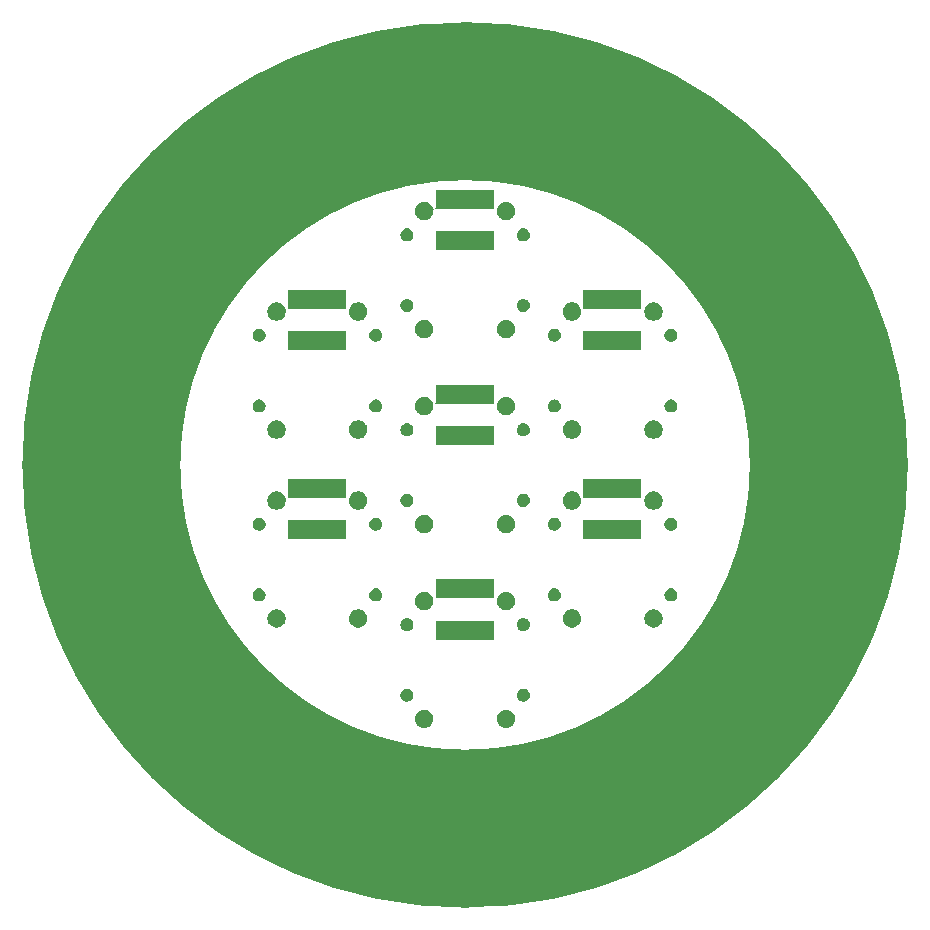
<source format=gbr>
G04 #@! TF.GenerationSoftware,KiCad,Pcbnew,(6.0.0-rc1-dev-305-gf0b8b2136)*
G04 #@! TF.CreationDate,2019-07-12T16:48:17-06:00*
G04 #@! TF.ProjectId,Gateway01,4761746577617930312E6B696361645F,rev?*
G04 #@! TF.SameCoordinates,Original*
G04 #@! TF.FileFunction,Soldermask,Bot*
G04 #@! TF.FilePolarity,Negative*
%FSLAX46Y46*%
G04 Gerber Fmt 4.6, Leading zero omitted, Abs format (unit mm)*
G04 Created by KiCad (PCBNEW (6.0.0-rc1-dev-305-gf0b8b2136)) date 07/12/19 16:48:17*
%MOMM*%
%LPD*%
G01*
G04 APERTURE LIST*
%ADD10C,13.400000*%
%ADD11C,0.100000*%
G04 APERTURE END LIST*
D10*
X124652000Y-97250000D02*
G75*
G03X124652000Y-97250000I-30800000J0D01*
G01*
D11*
G36*
X97538349Y-117993820D02*
X97538352Y-117993821D01*
X97538351Y-117993821D01*
X97679574Y-118052317D01*
X97679575Y-118052318D01*
X97806674Y-118137243D01*
X97914757Y-118245326D01*
X97914759Y-118245329D01*
X97999683Y-118372426D01*
X98044927Y-118481657D01*
X98058180Y-118513651D01*
X98088000Y-118663569D01*
X98088000Y-118816431D01*
X98058180Y-118966349D01*
X98058179Y-118966351D01*
X97999683Y-119107574D01*
X97999682Y-119107575D01*
X97914757Y-119234674D01*
X97806674Y-119342757D01*
X97806671Y-119342759D01*
X97679574Y-119427683D01*
X97570343Y-119472927D01*
X97538349Y-119486180D01*
X97388431Y-119516000D01*
X97235569Y-119516000D01*
X97085651Y-119486180D01*
X97053657Y-119472927D01*
X96944426Y-119427683D01*
X96817329Y-119342759D01*
X96817326Y-119342757D01*
X96709243Y-119234674D01*
X96624318Y-119107575D01*
X96624317Y-119107574D01*
X96565821Y-118966351D01*
X96565820Y-118966349D01*
X96536000Y-118816431D01*
X96536000Y-118663569D01*
X96565820Y-118513651D01*
X96579073Y-118481657D01*
X96624317Y-118372426D01*
X96709241Y-118245329D01*
X96709243Y-118245326D01*
X96817326Y-118137243D01*
X96944425Y-118052318D01*
X96944426Y-118052317D01*
X97085649Y-117993821D01*
X97085648Y-117993821D01*
X97085651Y-117993820D01*
X97235569Y-117964000D01*
X97388431Y-117964000D01*
X97538349Y-117993820D01*
X97538349Y-117993820D01*
G37*
G36*
X90618349Y-117993820D02*
X90618352Y-117993821D01*
X90618351Y-117993821D01*
X90759574Y-118052317D01*
X90759575Y-118052318D01*
X90886674Y-118137243D01*
X90994757Y-118245326D01*
X90994759Y-118245329D01*
X91079683Y-118372426D01*
X91124927Y-118481657D01*
X91138180Y-118513651D01*
X91168000Y-118663569D01*
X91168000Y-118816431D01*
X91138180Y-118966349D01*
X91138179Y-118966351D01*
X91079683Y-119107574D01*
X91079682Y-119107575D01*
X90994757Y-119234674D01*
X90886674Y-119342757D01*
X90886671Y-119342759D01*
X90759574Y-119427683D01*
X90650343Y-119472927D01*
X90618349Y-119486180D01*
X90468431Y-119516000D01*
X90315569Y-119516000D01*
X90165651Y-119486180D01*
X90133657Y-119472927D01*
X90024426Y-119427683D01*
X89897329Y-119342759D01*
X89897326Y-119342757D01*
X89789243Y-119234674D01*
X89704318Y-119107575D01*
X89704317Y-119107574D01*
X89645821Y-118966351D01*
X89645820Y-118966349D01*
X89616000Y-118816431D01*
X89616000Y-118663569D01*
X89645820Y-118513651D01*
X89659073Y-118481657D01*
X89704317Y-118372426D01*
X89789241Y-118245329D01*
X89789243Y-118245326D01*
X89897326Y-118137243D01*
X90024425Y-118052318D01*
X90024426Y-118052317D01*
X90165649Y-117993821D01*
X90165648Y-117993821D01*
X90165651Y-117993820D01*
X90315569Y-117964000D01*
X90468431Y-117964000D01*
X90618349Y-117993820D01*
X90618349Y-117993820D01*
G37*
G36*
X89077721Y-116210174D02*
X89177995Y-116251709D01*
X89268245Y-116312012D01*
X89344988Y-116388755D01*
X89405291Y-116479005D01*
X89446826Y-116579279D01*
X89468000Y-116685730D01*
X89468000Y-116794270D01*
X89446826Y-116900721D01*
X89405291Y-117000995D01*
X89344988Y-117091245D01*
X89268245Y-117167988D01*
X89177995Y-117228291D01*
X89077721Y-117269826D01*
X88971270Y-117291000D01*
X88862730Y-117291000D01*
X88756279Y-117269826D01*
X88656005Y-117228291D01*
X88565755Y-117167988D01*
X88489012Y-117091245D01*
X88428709Y-117000995D01*
X88387174Y-116900721D01*
X88366000Y-116794270D01*
X88366000Y-116685730D01*
X88387174Y-116579279D01*
X88428709Y-116479005D01*
X88489012Y-116388755D01*
X88565755Y-116312012D01*
X88656005Y-116251709D01*
X88756279Y-116210174D01*
X88862730Y-116189000D01*
X88971270Y-116189000D01*
X89077721Y-116210174D01*
X89077721Y-116210174D01*
G37*
G36*
X98947721Y-116210174D02*
X99047995Y-116251709D01*
X99138245Y-116312012D01*
X99214988Y-116388755D01*
X99275291Y-116479005D01*
X99316826Y-116579279D01*
X99338000Y-116685730D01*
X99338000Y-116794270D01*
X99316826Y-116900721D01*
X99275291Y-117000995D01*
X99214988Y-117091245D01*
X99138245Y-117167988D01*
X99047995Y-117228291D01*
X98947721Y-117269826D01*
X98841270Y-117291000D01*
X98732730Y-117291000D01*
X98626279Y-117269826D01*
X98526005Y-117228291D01*
X98435755Y-117167988D01*
X98359012Y-117091245D01*
X98298709Y-117000995D01*
X98257174Y-116900721D01*
X98236000Y-116794270D01*
X98236000Y-116685730D01*
X98257174Y-116579279D01*
X98298709Y-116479005D01*
X98359012Y-116388755D01*
X98435755Y-116312012D01*
X98526005Y-116251709D01*
X98626279Y-116210174D01*
X98732730Y-116189000D01*
X98841270Y-116189000D01*
X98947721Y-116210174D01*
X98947721Y-116210174D01*
G37*
G36*
X96263000Y-112051000D02*
X91361000Y-112051000D01*
X91361000Y-110449000D01*
X96263000Y-110449000D01*
X96263000Y-112051000D01*
X96263000Y-112051000D01*
G37*
G36*
X89077721Y-110230174D02*
X89177995Y-110271709D01*
X89268245Y-110332012D01*
X89344988Y-110408755D01*
X89405291Y-110499005D01*
X89446826Y-110599279D01*
X89468000Y-110705730D01*
X89468000Y-110814270D01*
X89446826Y-110920721D01*
X89405291Y-111020995D01*
X89344988Y-111111245D01*
X89268245Y-111187988D01*
X89177995Y-111248291D01*
X89077721Y-111289826D01*
X88971270Y-111311000D01*
X88862730Y-111311000D01*
X88756279Y-111289826D01*
X88656005Y-111248291D01*
X88565755Y-111187988D01*
X88489012Y-111111245D01*
X88428709Y-111020995D01*
X88387174Y-110920721D01*
X88366000Y-110814270D01*
X88366000Y-110705730D01*
X88387174Y-110599279D01*
X88428709Y-110499005D01*
X88489012Y-110408755D01*
X88565755Y-110332012D01*
X88656005Y-110271709D01*
X88756279Y-110230174D01*
X88862730Y-110209000D01*
X88971270Y-110209000D01*
X89077721Y-110230174D01*
X89077721Y-110230174D01*
G37*
G36*
X98947721Y-110230174D02*
X99047995Y-110271709D01*
X99138245Y-110332012D01*
X99214988Y-110408755D01*
X99275291Y-110499005D01*
X99316826Y-110599279D01*
X99338000Y-110705730D01*
X99338000Y-110814270D01*
X99316826Y-110920721D01*
X99275291Y-111020995D01*
X99214988Y-111111245D01*
X99138245Y-111187988D01*
X99047995Y-111248291D01*
X98947721Y-111289826D01*
X98841270Y-111311000D01*
X98732730Y-111311000D01*
X98626279Y-111289826D01*
X98526005Y-111248291D01*
X98435755Y-111187988D01*
X98359012Y-111111245D01*
X98298709Y-111020995D01*
X98257174Y-110920721D01*
X98236000Y-110814270D01*
X98236000Y-110705730D01*
X98257174Y-110599279D01*
X98298709Y-110499005D01*
X98359012Y-110408755D01*
X98435755Y-110332012D01*
X98526005Y-110271709D01*
X98626279Y-110230174D01*
X98732730Y-110209000D01*
X98841270Y-110209000D01*
X98947721Y-110230174D01*
X98947721Y-110230174D01*
G37*
G36*
X110038349Y-109493820D02*
X110038352Y-109493821D01*
X110038351Y-109493821D01*
X110179574Y-109552317D01*
X110179575Y-109552318D01*
X110306674Y-109637243D01*
X110414757Y-109745326D01*
X110414759Y-109745329D01*
X110499683Y-109872426D01*
X110544927Y-109981657D01*
X110558180Y-110013651D01*
X110588000Y-110163569D01*
X110588000Y-110316431D01*
X110558180Y-110466349D01*
X110558179Y-110466351D01*
X110499683Y-110607574D01*
X110499682Y-110607575D01*
X110414757Y-110734674D01*
X110306674Y-110842757D01*
X110306671Y-110842759D01*
X110179574Y-110927683D01*
X110070343Y-110972927D01*
X110038349Y-110986180D01*
X109888431Y-111016000D01*
X109735569Y-111016000D01*
X109585651Y-110986180D01*
X109553657Y-110972927D01*
X109444426Y-110927683D01*
X109317329Y-110842759D01*
X109317326Y-110842757D01*
X109209243Y-110734674D01*
X109124318Y-110607575D01*
X109124317Y-110607574D01*
X109065821Y-110466351D01*
X109065820Y-110466349D01*
X109036000Y-110316431D01*
X109036000Y-110163569D01*
X109065820Y-110013651D01*
X109079073Y-109981657D01*
X109124317Y-109872426D01*
X109209241Y-109745329D01*
X109209243Y-109745326D01*
X109317326Y-109637243D01*
X109444425Y-109552318D01*
X109444426Y-109552317D01*
X109585649Y-109493821D01*
X109585648Y-109493821D01*
X109585651Y-109493820D01*
X109735569Y-109464000D01*
X109888431Y-109464000D01*
X110038349Y-109493820D01*
X110038349Y-109493820D01*
G37*
G36*
X78118349Y-109493820D02*
X78118352Y-109493821D01*
X78118351Y-109493821D01*
X78259574Y-109552317D01*
X78259575Y-109552318D01*
X78386674Y-109637243D01*
X78494757Y-109745326D01*
X78494759Y-109745329D01*
X78579683Y-109872426D01*
X78624927Y-109981657D01*
X78638180Y-110013651D01*
X78668000Y-110163569D01*
X78668000Y-110316431D01*
X78638180Y-110466349D01*
X78638179Y-110466351D01*
X78579683Y-110607574D01*
X78579682Y-110607575D01*
X78494757Y-110734674D01*
X78386674Y-110842757D01*
X78386671Y-110842759D01*
X78259574Y-110927683D01*
X78150343Y-110972927D01*
X78118349Y-110986180D01*
X77968431Y-111016000D01*
X77815569Y-111016000D01*
X77665651Y-110986180D01*
X77633657Y-110972927D01*
X77524426Y-110927683D01*
X77397329Y-110842759D01*
X77397326Y-110842757D01*
X77289243Y-110734674D01*
X77204318Y-110607575D01*
X77204317Y-110607574D01*
X77145821Y-110466351D01*
X77145820Y-110466349D01*
X77116000Y-110316431D01*
X77116000Y-110163569D01*
X77145820Y-110013651D01*
X77159073Y-109981657D01*
X77204317Y-109872426D01*
X77289241Y-109745329D01*
X77289243Y-109745326D01*
X77397326Y-109637243D01*
X77524425Y-109552318D01*
X77524426Y-109552317D01*
X77665649Y-109493821D01*
X77665648Y-109493821D01*
X77665651Y-109493820D01*
X77815569Y-109464000D01*
X77968431Y-109464000D01*
X78118349Y-109493820D01*
X78118349Y-109493820D01*
G37*
G36*
X85038349Y-109493820D02*
X85038352Y-109493821D01*
X85038351Y-109493821D01*
X85179574Y-109552317D01*
X85179575Y-109552318D01*
X85306674Y-109637243D01*
X85414757Y-109745326D01*
X85414759Y-109745329D01*
X85499683Y-109872426D01*
X85544927Y-109981657D01*
X85558180Y-110013651D01*
X85588000Y-110163569D01*
X85588000Y-110316431D01*
X85558180Y-110466349D01*
X85558179Y-110466351D01*
X85499683Y-110607574D01*
X85499682Y-110607575D01*
X85414757Y-110734674D01*
X85306674Y-110842757D01*
X85306671Y-110842759D01*
X85179574Y-110927683D01*
X85070343Y-110972927D01*
X85038349Y-110986180D01*
X84888431Y-111016000D01*
X84735569Y-111016000D01*
X84585651Y-110986180D01*
X84553657Y-110972927D01*
X84444426Y-110927683D01*
X84317329Y-110842759D01*
X84317326Y-110842757D01*
X84209243Y-110734674D01*
X84124318Y-110607575D01*
X84124317Y-110607574D01*
X84065821Y-110466351D01*
X84065820Y-110466349D01*
X84036000Y-110316431D01*
X84036000Y-110163569D01*
X84065820Y-110013651D01*
X84079073Y-109981657D01*
X84124317Y-109872426D01*
X84209241Y-109745329D01*
X84209243Y-109745326D01*
X84317326Y-109637243D01*
X84444425Y-109552318D01*
X84444426Y-109552317D01*
X84585649Y-109493821D01*
X84585648Y-109493821D01*
X84585651Y-109493820D01*
X84735569Y-109464000D01*
X84888431Y-109464000D01*
X85038349Y-109493820D01*
X85038349Y-109493820D01*
G37*
G36*
X103118349Y-109493820D02*
X103118352Y-109493821D01*
X103118351Y-109493821D01*
X103259574Y-109552317D01*
X103259575Y-109552318D01*
X103386674Y-109637243D01*
X103494757Y-109745326D01*
X103494759Y-109745329D01*
X103579683Y-109872426D01*
X103624927Y-109981657D01*
X103638180Y-110013651D01*
X103668000Y-110163569D01*
X103668000Y-110316431D01*
X103638180Y-110466349D01*
X103638179Y-110466351D01*
X103579683Y-110607574D01*
X103579682Y-110607575D01*
X103494757Y-110734674D01*
X103386674Y-110842757D01*
X103386671Y-110842759D01*
X103259574Y-110927683D01*
X103150343Y-110972927D01*
X103118349Y-110986180D01*
X102968431Y-111016000D01*
X102815569Y-111016000D01*
X102665651Y-110986180D01*
X102633657Y-110972927D01*
X102524426Y-110927683D01*
X102397329Y-110842759D01*
X102397326Y-110842757D01*
X102289243Y-110734674D01*
X102204318Y-110607575D01*
X102204317Y-110607574D01*
X102145821Y-110466351D01*
X102145820Y-110466349D01*
X102116000Y-110316431D01*
X102116000Y-110163569D01*
X102145820Y-110013651D01*
X102159073Y-109981657D01*
X102204317Y-109872426D01*
X102289241Y-109745329D01*
X102289243Y-109745326D01*
X102397326Y-109637243D01*
X102524425Y-109552318D01*
X102524426Y-109552317D01*
X102665649Y-109493821D01*
X102665648Y-109493821D01*
X102665651Y-109493820D01*
X102815569Y-109464000D01*
X102968431Y-109464000D01*
X103118349Y-109493820D01*
X103118349Y-109493820D01*
G37*
G36*
X97538349Y-108013820D02*
X97538352Y-108013821D01*
X97538351Y-108013821D01*
X97679574Y-108072317D01*
X97679575Y-108072318D01*
X97806674Y-108157243D01*
X97914757Y-108265326D01*
X97914759Y-108265329D01*
X97999683Y-108392426D01*
X98020701Y-108443168D01*
X98058180Y-108533651D01*
X98088000Y-108683569D01*
X98088000Y-108836431D01*
X98058180Y-108986349D01*
X98058179Y-108986351D01*
X97999683Y-109127574D01*
X97999682Y-109127575D01*
X97914757Y-109254674D01*
X97806674Y-109362757D01*
X97806671Y-109362759D01*
X97679574Y-109447683D01*
X97570343Y-109492927D01*
X97538349Y-109506180D01*
X97388431Y-109536000D01*
X97235569Y-109536000D01*
X97085651Y-109506180D01*
X97053657Y-109492927D01*
X96944426Y-109447683D01*
X96817329Y-109362759D01*
X96817326Y-109362757D01*
X96709243Y-109254674D01*
X96624318Y-109127575D01*
X96624317Y-109127574D01*
X96565821Y-108986351D01*
X96565820Y-108986349D01*
X96536000Y-108836431D01*
X96536000Y-108683569D01*
X96565820Y-108533651D01*
X96603299Y-108443168D01*
X96624317Y-108392426D01*
X96709241Y-108265329D01*
X96709243Y-108265326D01*
X96817326Y-108157243D01*
X96944425Y-108072318D01*
X96944426Y-108072317D01*
X97085649Y-108013821D01*
X97085648Y-108013821D01*
X97085651Y-108013820D01*
X97235569Y-107984000D01*
X97388431Y-107984000D01*
X97538349Y-108013820D01*
X97538349Y-108013820D01*
G37*
G36*
X90618349Y-108013820D02*
X90618352Y-108013821D01*
X90618351Y-108013821D01*
X90759574Y-108072317D01*
X90759575Y-108072318D01*
X90886674Y-108157243D01*
X90994757Y-108265326D01*
X90994759Y-108265329D01*
X91079683Y-108392426D01*
X91100701Y-108443168D01*
X91120515Y-108491004D01*
X91132067Y-108512615D01*
X91147612Y-108531557D01*
X91166554Y-108547102D01*
X91188165Y-108558653D01*
X91211614Y-108565766D01*
X91231649Y-108567739D01*
X91223554Y-108572066D01*
X91204612Y-108587612D01*
X91189066Y-108606554D01*
X91177515Y-108628165D01*
X91170402Y-108651614D01*
X91168000Y-108676000D01*
X91168000Y-108836431D01*
X91138180Y-108986349D01*
X91138179Y-108986351D01*
X91079683Y-109127574D01*
X91079682Y-109127575D01*
X90994757Y-109254674D01*
X90886674Y-109362757D01*
X90886671Y-109362759D01*
X90759574Y-109447683D01*
X90650343Y-109492927D01*
X90618349Y-109506180D01*
X90468431Y-109536000D01*
X90315569Y-109536000D01*
X90165651Y-109506180D01*
X90133657Y-109492927D01*
X90024426Y-109447683D01*
X89897329Y-109362759D01*
X89897326Y-109362757D01*
X89789243Y-109254674D01*
X89704318Y-109127575D01*
X89704317Y-109127574D01*
X89645821Y-108986351D01*
X89645820Y-108986349D01*
X89616000Y-108836431D01*
X89616000Y-108683569D01*
X89645820Y-108533651D01*
X89683299Y-108443168D01*
X89704317Y-108392426D01*
X89789241Y-108265329D01*
X89789243Y-108265326D01*
X89897326Y-108157243D01*
X90024425Y-108072318D01*
X90024426Y-108072317D01*
X90165649Y-108013821D01*
X90165648Y-108013821D01*
X90165651Y-108013820D01*
X90315569Y-107984000D01*
X90468431Y-107984000D01*
X90618349Y-108013820D01*
X90618349Y-108013820D01*
G37*
G36*
X101577721Y-107710174D02*
X101677995Y-107751709D01*
X101768245Y-107812012D01*
X101844988Y-107888755D01*
X101905291Y-107979005D01*
X101946826Y-108079279D01*
X101968000Y-108185730D01*
X101968000Y-108294270D01*
X101946826Y-108400721D01*
X101905291Y-108500995D01*
X101844988Y-108591245D01*
X101768245Y-108667988D01*
X101677995Y-108728291D01*
X101577721Y-108769826D01*
X101471270Y-108791000D01*
X101362730Y-108791000D01*
X101256279Y-108769826D01*
X101156005Y-108728291D01*
X101065755Y-108667988D01*
X100989012Y-108591245D01*
X100928709Y-108500995D01*
X100887174Y-108400721D01*
X100866000Y-108294270D01*
X100866000Y-108185730D01*
X100887174Y-108079279D01*
X100928709Y-107979005D01*
X100989012Y-107888755D01*
X101065755Y-107812012D01*
X101156005Y-107751709D01*
X101256279Y-107710174D01*
X101362730Y-107689000D01*
X101471270Y-107689000D01*
X101577721Y-107710174D01*
X101577721Y-107710174D01*
G37*
G36*
X111447721Y-107710174D02*
X111547995Y-107751709D01*
X111638245Y-107812012D01*
X111714988Y-107888755D01*
X111775291Y-107979005D01*
X111816826Y-108079279D01*
X111838000Y-108185730D01*
X111838000Y-108294270D01*
X111816826Y-108400721D01*
X111775291Y-108500995D01*
X111714988Y-108591245D01*
X111638245Y-108667988D01*
X111547995Y-108728291D01*
X111447721Y-108769826D01*
X111341270Y-108791000D01*
X111232730Y-108791000D01*
X111126279Y-108769826D01*
X111026005Y-108728291D01*
X110935755Y-108667988D01*
X110859012Y-108591245D01*
X110798709Y-108500995D01*
X110757174Y-108400721D01*
X110736000Y-108294270D01*
X110736000Y-108185730D01*
X110757174Y-108079279D01*
X110798709Y-107979005D01*
X110859012Y-107888755D01*
X110935755Y-107812012D01*
X111026005Y-107751709D01*
X111126279Y-107710174D01*
X111232730Y-107689000D01*
X111341270Y-107689000D01*
X111447721Y-107710174D01*
X111447721Y-107710174D01*
G37*
G36*
X76577721Y-107710174D02*
X76677995Y-107751709D01*
X76768245Y-107812012D01*
X76844988Y-107888755D01*
X76905291Y-107979005D01*
X76946826Y-108079279D01*
X76968000Y-108185730D01*
X76968000Y-108294270D01*
X76946826Y-108400721D01*
X76905291Y-108500995D01*
X76844988Y-108591245D01*
X76768245Y-108667988D01*
X76677995Y-108728291D01*
X76577721Y-108769826D01*
X76471270Y-108791000D01*
X76362730Y-108791000D01*
X76256279Y-108769826D01*
X76156005Y-108728291D01*
X76065755Y-108667988D01*
X75989012Y-108591245D01*
X75928709Y-108500995D01*
X75887174Y-108400721D01*
X75866000Y-108294270D01*
X75866000Y-108185730D01*
X75887174Y-108079279D01*
X75928709Y-107979005D01*
X75989012Y-107888755D01*
X76065755Y-107812012D01*
X76156005Y-107751709D01*
X76256279Y-107710174D01*
X76362730Y-107689000D01*
X76471270Y-107689000D01*
X76577721Y-107710174D01*
X76577721Y-107710174D01*
G37*
G36*
X86447721Y-107710174D02*
X86547995Y-107751709D01*
X86638245Y-107812012D01*
X86714988Y-107888755D01*
X86775291Y-107979005D01*
X86816826Y-108079279D01*
X86838000Y-108185730D01*
X86838000Y-108294270D01*
X86816826Y-108400721D01*
X86775291Y-108500995D01*
X86714988Y-108591245D01*
X86638245Y-108667988D01*
X86547995Y-108728291D01*
X86447721Y-108769826D01*
X86341270Y-108791000D01*
X86232730Y-108791000D01*
X86126279Y-108769826D01*
X86026005Y-108728291D01*
X85935755Y-108667988D01*
X85859012Y-108591245D01*
X85798709Y-108500995D01*
X85757174Y-108400721D01*
X85736000Y-108294270D01*
X85736000Y-108185730D01*
X85757174Y-108079279D01*
X85798709Y-107979005D01*
X85859012Y-107888755D01*
X85935755Y-107812012D01*
X86026005Y-107751709D01*
X86126279Y-107710174D01*
X86232730Y-107689000D01*
X86341270Y-107689000D01*
X86447721Y-107710174D01*
X86447721Y-107710174D01*
G37*
G36*
X96263000Y-108551000D02*
X91298153Y-108551000D01*
X91305447Y-108547101D01*
X91324389Y-108531556D01*
X91339934Y-108512614D01*
X91351485Y-108491003D01*
X91358598Y-108467554D01*
X91361000Y-108443168D01*
X91361000Y-106949000D01*
X96263000Y-106949000D01*
X96263000Y-108551000D01*
X96263000Y-108551000D01*
G37*
G36*
X83763000Y-103551000D02*
X78861000Y-103551000D01*
X78861000Y-101949000D01*
X83763000Y-101949000D01*
X83763000Y-103551000D01*
X83763000Y-103551000D01*
G37*
G36*
X108763000Y-103551000D02*
X103861000Y-103551000D01*
X103861000Y-101949000D01*
X108763000Y-101949000D01*
X108763000Y-103551000D01*
X108763000Y-103551000D01*
G37*
G36*
X97538349Y-101493820D02*
X97538352Y-101493821D01*
X97538351Y-101493821D01*
X97679574Y-101552317D01*
X97679575Y-101552318D01*
X97806674Y-101637243D01*
X97914757Y-101745326D01*
X97914759Y-101745329D01*
X97999683Y-101872426D01*
X98014732Y-101908758D01*
X98058180Y-102013651D01*
X98088000Y-102163569D01*
X98088000Y-102316431D01*
X98058180Y-102466349D01*
X98058179Y-102466351D01*
X97999683Y-102607574D01*
X97999682Y-102607575D01*
X97914757Y-102734674D01*
X97806674Y-102842757D01*
X97806671Y-102842759D01*
X97679574Y-102927683D01*
X97570343Y-102972927D01*
X97538349Y-102986180D01*
X97388431Y-103016000D01*
X97235569Y-103016000D01*
X97085651Y-102986180D01*
X97053657Y-102972927D01*
X96944426Y-102927683D01*
X96817329Y-102842759D01*
X96817326Y-102842757D01*
X96709243Y-102734674D01*
X96624318Y-102607575D01*
X96624317Y-102607574D01*
X96565821Y-102466351D01*
X96565820Y-102466349D01*
X96536000Y-102316431D01*
X96536000Y-102163569D01*
X96565820Y-102013651D01*
X96609268Y-101908758D01*
X96624317Y-101872426D01*
X96709241Y-101745329D01*
X96709243Y-101745326D01*
X96817326Y-101637243D01*
X96944425Y-101552318D01*
X96944426Y-101552317D01*
X97085649Y-101493821D01*
X97085648Y-101493821D01*
X97085651Y-101493820D01*
X97235569Y-101464000D01*
X97388431Y-101464000D01*
X97538349Y-101493820D01*
X97538349Y-101493820D01*
G37*
G36*
X90618349Y-101493820D02*
X90618352Y-101493821D01*
X90618351Y-101493821D01*
X90759574Y-101552317D01*
X90759575Y-101552318D01*
X90886674Y-101637243D01*
X90994757Y-101745326D01*
X90994759Y-101745329D01*
X91079683Y-101872426D01*
X91094732Y-101908758D01*
X91138180Y-102013651D01*
X91168000Y-102163569D01*
X91168000Y-102316431D01*
X91138180Y-102466349D01*
X91138179Y-102466351D01*
X91079683Y-102607574D01*
X91079682Y-102607575D01*
X90994757Y-102734674D01*
X90886674Y-102842757D01*
X90886671Y-102842759D01*
X90759574Y-102927683D01*
X90650343Y-102972927D01*
X90618349Y-102986180D01*
X90468431Y-103016000D01*
X90315569Y-103016000D01*
X90165651Y-102986180D01*
X90133657Y-102972927D01*
X90024426Y-102927683D01*
X89897329Y-102842759D01*
X89897326Y-102842757D01*
X89789243Y-102734674D01*
X89704318Y-102607575D01*
X89704317Y-102607574D01*
X89645821Y-102466351D01*
X89645820Y-102466349D01*
X89616000Y-102316431D01*
X89616000Y-102163569D01*
X89645820Y-102013651D01*
X89689268Y-101908758D01*
X89704317Y-101872426D01*
X89789241Y-101745329D01*
X89789243Y-101745326D01*
X89897326Y-101637243D01*
X90024425Y-101552318D01*
X90024426Y-101552317D01*
X90165649Y-101493821D01*
X90165648Y-101493821D01*
X90165651Y-101493820D01*
X90315569Y-101464000D01*
X90468431Y-101464000D01*
X90618349Y-101493820D01*
X90618349Y-101493820D01*
G37*
G36*
X76577721Y-101730174D02*
X76677995Y-101771709D01*
X76768245Y-101832012D01*
X76844988Y-101908755D01*
X76905291Y-101999005D01*
X76946826Y-102099279D01*
X76968000Y-102205730D01*
X76968000Y-102314270D01*
X76946826Y-102420721D01*
X76905291Y-102520995D01*
X76844988Y-102611245D01*
X76768245Y-102687988D01*
X76677995Y-102748291D01*
X76577721Y-102789826D01*
X76471270Y-102811000D01*
X76362730Y-102811000D01*
X76256279Y-102789826D01*
X76156005Y-102748291D01*
X76065755Y-102687988D01*
X75989012Y-102611245D01*
X75928709Y-102520995D01*
X75887174Y-102420721D01*
X75866000Y-102314270D01*
X75866000Y-102205730D01*
X75887174Y-102099279D01*
X75928709Y-101999005D01*
X75989012Y-101908755D01*
X76065755Y-101832012D01*
X76156005Y-101771709D01*
X76256279Y-101730174D01*
X76362730Y-101709000D01*
X76471270Y-101709000D01*
X76577721Y-101730174D01*
X76577721Y-101730174D01*
G37*
G36*
X86447721Y-101730174D02*
X86547995Y-101771709D01*
X86638245Y-101832012D01*
X86714988Y-101908755D01*
X86775291Y-101999005D01*
X86816826Y-102099279D01*
X86838000Y-102205730D01*
X86838000Y-102314270D01*
X86816826Y-102420721D01*
X86775291Y-102520995D01*
X86714988Y-102611245D01*
X86638245Y-102687988D01*
X86547995Y-102748291D01*
X86447721Y-102789826D01*
X86341270Y-102811000D01*
X86232730Y-102811000D01*
X86126279Y-102789826D01*
X86026005Y-102748291D01*
X85935755Y-102687988D01*
X85859012Y-102611245D01*
X85798709Y-102520995D01*
X85757174Y-102420721D01*
X85736000Y-102314270D01*
X85736000Y-102205730D01*
X85757174Y-102099279D01*
X85798709Y-101999005D01*
X85859012Y-101908755D01*
X85935755Y-101832012D01*
X86026005Y-101771709D01*
X86126279Y-101730174D01*
X86232730Y-101709000D01*
X86341270Y-101709000D01*
X86447721Y-101730174D01*
X86447721Y-101730174D01*
G37*
G36*
X101577721Y-101730174D02*
X101677995Y-101771709D01*
X101768245Y-101832012D01*
X101844988Y-101908755D01*
X101905291Y-101999005D01*
X101946826Y-102099279D01*
X101968000Y-102205730D01*
X101968000Y-102314270D01*
X101946826Y-102420721D01*
X101905291Y-102520995D01*
X101844988Y-102611245D01*
X101768245Y-102687988D01*
X101677995Y-102748291D01*
X101577721Y-102789826D01*
X101471270Y-102811000D01*
X101362730Y-102811000D01*
X101256279Y-102789826D01*
X101156005Y-102748291D01*
X101065755Y-102687988D01*
X100989012Y-102611245D01*
X100928709Y-102520995D01*
X100887174Y-102420721D01*
X100866000Y-102314270D01*
X100866000Y-102205730D01*
X100887174Y-102099279D01*
X100928709Y-101999005D01*
X100989012Y-101908755D01*
X101065755Y-101832012D01*
X101156005Y-101771709D01*
X101256279Y-101730174D01*
X101362730Y-101709000D01*
X101471270Y-101709000D01*
X101577721Y-101730174D01*
X101577721Y-101730174D01*
G37*
G36*
X111447721Y-101730174D02*
X111547995Y-101771709D01*
X111638245Y-101832012D01*
X111714988Y-101908755D01*
X111775291Y-101999005D01*
X111816826Y-102099279D01*
X111838000Y-102205730D01*
X111838000Y-102314270D01*
X111816826Y-102420721D01*
X111775291Y-102520995D01*
X111714988Y-102611245D01*
X111638245Y-102687988D01*
X111547995Y-102748291D01*
X111447721Y-102789826D01*
X111341270Y-102811000D01*
X111232730Y-102811000D01*
X111126279Y-102789826D01*
X111026005Y-102748291D01*
X110935755Y-102687988D01*
X110859012Y-102611245D01*
X110798709Y-102520995D01*
X110757174Y-102420721D01*
X110736000Y-102314270D01*
X110736000Y-102205730D01*
X110757174Y-102099279D01*
X110798709Y-101999005D01*
X110859012Y-101908755D01*
X110935755Y-101832012D01*
X111026005Y-101771709D01*
X111126279Y-101730174D01*
X111232730Y-101709000D01*
X111341270Y-101709000D01*
X111447721Y-101730174D01*
X111447721Y-101730174D01*
G37*
G36*
X110038349Y-99513820D02*
X110038352Y-99513821D01*
X110038351Y-99513821D01*
X110179574Y-99572317D01*
X110179575Y-99572318D01*
X110306674Y-99657243D01*
X110414757Y-99765326D01*
X110414759Y-99765329D01*
X110499683Y-99892426D01*
X110520701Y-99943168D01*
X110558180Y-100033651D01*
X110588000Y-100183569D01*
X110588000Y-100336431D01*
X110558180Y-100486349D01*
X110558179Y-100486351D01*
X110499683Y-100627574D01*
X110499682Y-100627575D01*
X110414757Y-100754674D01*
X110306674Y-100862757D01*
X110306671Y-100862759D01*
X110179574Y-100947683D01*
X110070343Y-100992927D01*
X110038349Y-101006180D01*
X109888431Y-101036000D01*
X109735569Y-101036000D01*
X109585651Y-101006180D01*
X109553657Y-100992927D01*
X109444426Y-100947683D01*
X109317329Y-100862759D01*
X109317326Y-100862757D01*
X109209243Y-100754674D01*
X109124318Y-100627575D01*
X109124317Y-100627574D01*
X109065821Y-100486351D01*
X109065820Y-100486349D01*
X109036000Y-100336431D01*
X109036000Y-100183569D01*
X109065820Y-100033651D01*
X109103299Y-99943168D01*
X109124317Y-99892426D01*
X109209241Y-99765329D01*
X109209243Y-99765326D01*
X109317326Y-99657243D01*
X109444425Y-99572318D01*
X109444426Y-99572317D01*
X109585649Y-99513821D01*
X109585648Y-99513821D01*
X109585651Y-99513820D01*
X109735569Y-99484000D01*
X109888431Y-99484000D01*
X110038349Y-99513820D01*
X110038349Y-99513820D01*
G37*
G36*
X103118349Y-99513820D02*
X103118352Y-99513821D01*
X103118351Y-99513821D01*
X103259574Y-99572317D01*
X103259575Y-99572318D01*
X103386674Y-99657243D01*
X103494757Y-99765326D01*
X103494759Y-99765329D01*
X103579683Y-99892426D01*
X103600701Y-99943168D01*
X103620515Y-99991004D01*
X103632067Y-100012615D01*
X103647612Y-100031557D01*
X103666554Y-100047102D01*
X103688165Y-100058653D01*
X103711614Y-100065766D01*
X103731649Y-100067739D01*
X103723554Y-100072066D01*
X103704612Y-100087612D01*
X103689066Y-100106554D01*
X103677515Y-100128165D01*
X103670402Y-100151614D01*
X103668000Y-100176000D01*
X103668000Y-100336431D01*
X103638180Y-100486349D01*
X103638179Y-100486351D01*
X103579683Y-100627574D01*
X103579682Y-100627575D01*
X103494757Y-100754674D01*
X103386674Y-100862757D01*
X103386671Y-100862759D01*
X103259574Y-100947683D01*
X103150343Y-100992927D01*
X103118349Y-101006180D01*
X102968431Y-101036000D01*
X102815569Y-101036000D01*
X102665651Y-101006180D01*
X102633657Y-100992927D01*
X102524426Y-100947683D01*
X102397329Y-100862759D01*
X102397326Y-100862757D01*
X102289243Y-100754674D01*
X102204318Y-100627575D01*
X102204317Y-100627574D01*
X102145821Y-100486351D01*
X102145820Y-100486349D01*
X102116000Y-100336431D01*
X102116000Y-100183569D01*
X102145820Y-100033651D01*
X102183299Y-99943168D01*
X102204317Y-99892426D01*
X102289241Y-99765329D01*
X102289243Y-99765326D01*
X102397326Y-99657243D01*
X102524425Y-99572318D01*
X102524426Y-99572317D01*
X102665649Y-99513821D01*
X102665648Y-99513821D01*
X102665651Y-99513820D01*
X102815569Y-99484000D01*
X102968431Y-99484000D01*
X103118349Y-99513820D01*
X103118349Y-99513820D01*
G37*
G36*
X85038349Y-99513820D02*
X85038352Y-99513821D01*
X85038351Y-99513821D01*
X85179574Y-99572317D01*
X85179575Y-99572318D01*
X85306674Y-99657243D01*
X85414757Y-99765326D01*
X85414759Y-99765329D01*
X85499683Y-99892426D01*
X85520701Y-99943168D01*
X85558180Y-100033651D01*
X85588000Y-100183569D01*
X85588000Y-100336431D01*
X85558180Y-100486349D01*
X85558179Y-100486351D01*
X85499683Y-100627574D01*
X85499682Y-100627575D01*
X85414757Y-100754674D01*
X85306674Y-100862757D01*
X85306671Y-100862759D01*
X85179574Y-100947683D01*
X85070343Y-100992927D01*
X85038349Y-101006180D01*
X84888431Y-101036000D01*
X84735569Y-101036000D01*
X84585651Y-101006180D01*
X84553657Y-100992927D01*
X84444426Y-100947683D01*
X84317329Y-100862759D01*
X84317326Y-100862757D01*
X84209243Y-100754674D01*
X84124318Y-100627575D01*
X84124317Y-100627574D01*
X84065821Y-100486351D01*
X84065820Y-100486349D01*
X84036000Y-100336431D01*
X84036000Y-100183569D01*
X84065820Y-100033651D01*
X84103299Y-99943168D01*
X84124317Y-99892426D01*
X84209241Y-99765329D01*
X84209243Y-99765326D01*
X84317326Y-99657243D01*
X84444425Y-99572318D01*
X84444426Y-99572317D01*
X84585649Y-99513821D01*
X84585648Y-99513821D01*
X84585651Y-99513820D01*
X84735569Y-99484000D01*
X84888431Y-99484000D01*
X85038349Y-99513820D01*
X85038349Y-99513820D01*
G37*
G36*
X78118349Y-99513820D02*
X78118352Y-99513821D01*
X78118351Y-99513821D01*
X78259574Y-99572317D01*
X78259575Y-99572318D01*
X78386674Y-99657243D01*
X78494757Y-99765326D01*
X78494759Y-99765329D01*
X78579683Y-99892426D01*
X78600701Y-99943168D01*
X78620515Y-99991004D01*
X78632067Y-100012615D01*
X78647612Y-100031557D01*
X78666554Y-100047102D01*
X78688165Y-100058653D01*
X78711614Y-100065766D01*
X78731649Y-100067739D01*
X78723554Y-100072066D01*
X78704612Y-100087612D01*
X78689066Y-100106554D01*
X78677515Y-100128165D01*
X78670402Y-100151614D01*
X78668000Y-100176000D01*
X78668000Y-100336431D01*
X78638180Y-100486349D01*
X78638179Y-100486351D01*
X78579683Y-100627574D01*
X78579682Y-100627575D01*
X78494757Y-100754674D01*
X78386674Y-100862757D01*
X78386671Y-100862759D01*
X78259574Y-100947683D01*
X78150343Y-100992927D01*
X78118349Y-101006180D01*
X77968431Y-101036000D01*
X77815569Y-101036000D01*
X77665651Y-101006180D01*
X77633657Y-100992927D01*
X77524426Y-100947683D01*
X77397329Y-100862759D01*
X77397326Y-100862757D01*
X77289243Y-100754674D01*
X77204318Y-100627575D01*
X77204317Y-100627574D01*
X77145821Y-100486351D01*
X77145820Y-100486349D01*
X77116000Y-100336431D01*
X77116000Y-100183569D01*
X77145820Y-100033651D01*
X77183299Y-99943168D01*
X77204317Y-99892426D01*
X77289241Y-99765329D01*
X77289243Y-99765326D01*
X77397326Y-99657243D01*
X77524425Y-99572318D01*
X77524426Y-99572317D01*
X77665649Y-99513821D01*
X77665648Y-99513821D01*
X77665651Y-99513820D01*
X77815569Y-99484000D01*
X77968431Y-99484000D01*
X78118349Y-99513820D01*
X78118349Y-99513820D01*
G37*
G36*
X98947721Y-99710174D02*
X99047995Y-99751709D01*
X99138245Y-99812012D01*
X99214988Y-99888755D01*
X99275291Y-99979005D01*
X99316826Y-100079279D01*
X99338000Y-100185730D01*
X99338000Y-100294270D01*
X99316826Y-100400721D01*
X99275291Y-100500995D01*
X99214988Y-100591245D01*
X99138245Y-100667988D01*
X99047995Y-100728291D01*
X98947721Y-100769826D01*
X98841270Y-100791000D01*
X98732730Y-100791000D01*
X98626279Y-100769826D01*
X98526005Y-100728291D01*
X98435755Y-100667988D01*
X98359012Y-100591245D01*
X98298709Y-100500995D01*
X98257174Y-100400721D01*
X98236000Y-100294270D01*
X98236000Y-100185730D01*
X98257174Y-100079279D01*
X98298709Y-99979005D01*
X98359012Y-99888755D01*
X98435755Y-99812012D01*
X98526005Y-99751709D01*
X98626279Y-99710174D01*
X98732730Y-99689000D01*
X98841270Y-99689000D01*
X98947721Y-99710174D01*
X98947721Y-99710174D01*
G37*
G36*
X89077721Y-99710174D02*
X89177995Y-99751709D01*
X89268245Y-99812012D01*
X89344988Y-99888755D01*
X89405291Y-99979005D01*
X89446826Y-100079279D01*
X89468000Y-100185730D01*
X89468000Y-100294270D01*
X89446826Y-100400721D01*
X89405291Y-100500995D01*
X89344988Y-100591245D01*
X89268245Y-100667988D01*
X89177995Y-100728291D01*
X89077721Y-100769826D01*
X88971270Y-100791000D01*
X88862730Y-100791000D01*
X88756279Y-100769826D01*
X88656005Y-100728291D01*
X88565755Y-100667988D01*
X88489012Y-100591245D01*
X88428709Y-100500995D01*
X88387174Y-100400721D01*
X88366000Y-100294270D01*
X88366000Y-100185730D01*
X88387174Y-100079279D01*
X88428709Y-99979005D01*
X88489012Y-99888755D01*
X88565755Y-99812012D01*
X88656005Y-99751709D01*
X88756279Y-99710174D01*
X88862730Y-99689000D01*
X88971270Y-99689000D01*
X89077721Y-99710174D01*
X89077721Y-99710174D01*
G37*
G36*
X108763000Y-100051000D02*
X103798153Y-100051000D01*
X103805447Y-100047101D01*
X103824389Y-100031556D01*
X103839934Y-100012614D01*
X103851485Y-99991003D01*
X103858598Y-99967554D01*
X103861000Y-99943168D01*
X103861000Y-98449000D01*
X108763000Y-98449000D01*
X108763000Y-100051000D01*
X108763000Y-100051000D01*
G37*
G36*
X83763000Y-100051000D02*
X78798153Y-100051000D01*
X78805447Y-100047101D01*
X78824389Y-100031556D01*
X78839934Y-100012614D01*
X78851485Y-99991003D01*
X78858598Y-99967554D01*
X78861000Y-99943168D01*
X78861000Y-98449000D01*
X83763000Y-98449000D01*
X83763000Y-100051000D01*
X83763000Y-100051000D01*
G37*
G36*
X96263000Y-95551000D02*
X91361000Y-95551000D01*
X91361000Y-93949000D01*
X96263000Y-93949000D01*
X96263000Y-95551000D01*
X96263000Y-95551000D01*
G37*
G36*
X85038349Y-93493820D02*
X85038352Y-93493821D01*
X85038351Y-93493821D01*
X85179574Y-93552317D01*
X85179575Y-93552318D01*
X85306674Y-93637243D01*
X85414757Y-93745326D01*
X85414759Y-93745329D01*
X85499683Y-93872426D01*
X85514732Y-93908758D01*
X85558180Y-94013651D01*
X85588000Y-94163569D01*
X85588000Y-94316431D01*
X85558180Y-94466349D01*
X85558179Y-94466351D01*
X85499683Y-94607574D01*
X85499682Y-94607575D01*
X85414757Y-94734674D01*
X85306674Y-94842757D01*
X85306671Y-94842759D01*
X85179574Y-94927683D01*
X85070343Y-94972927D01*
X85038349Y-94986180D01*
X84888431Y-95016000D01*
X84735569Y-95016000D01*
X84585651Y-94986180D01*
X84553657Y-94972927D01*
X84444426Y-94927683D01*
X84317329Y-94842759D01*
X84317326Y-94842757D01*
X84209243Y-94734674D01*
X84124318Y-94607575D01*
X84124317Y-94607574D01*
X84065821Y-94466351D01*
X84065820Y-94466349D01*
X84036000Y-94316431D01*
X84036000Y-94163569D01*
X84065820Y-94013651D01*
X84109268Y-93908758D01*
X84124317Y-93872426D01*
X84209241Y-93745329D01*
X84209243Y-93745326D01*
X84317326Y-93637243D01*
X84444425Y-93552318D01*
X84444426Y-93552317D01*
X84585649Y-93493821D01*
X84585648Y-93493821D01*
X84585651Y-93493820D01*
X84735569Y-93464000D01*
X84888431Y-93464000D01*
X85038349Y-93493820D01*
X85038349Y-93493820D01*
G37*
G36*
X103118349Y-93493820D02*
X103118352Y-93493821D01*
X103118351Y-93493821D01*
X103259574Y-93552317D01*
X103259575Y-93552318D01*
X103386674Y-93637243D01*
X103494757Y-93745326D01*
X103494759Y-93745329D01*
X103579683Y-93872426D01*
X103594732Y-93908758D01*
X103638180Y-94013651D01*
X103668000Y-94163569D01*
X103668000Y-94316431D01*
X103638180Y-94466349D01*
X103638179Y-94466351D01*
X103579683Y-94607574D01*
X103579682Y-94607575D01*
X103494757Y-94734674D01*
X103386674Y-94842757D01*
X103386671Y-94842759D01*
X103259574Y-94927683D01*
X103150343Y-94972927D01*
X103118349Y-94986180D01*
X102968431Y-95016000D01*
X102815569Y-95016000D01*
X102665651Y-94986180D01*
X102633657Y-94972927D01*
X102524426Y-94927683D01*
X102397329Y-94842759D01*
X102397326Y-94842757D01*
X102289243Y-94734674D01*
X102204318Y-94607575D01*
X102204317Y-94607574D01*
X102145821Y-94466351D01*
X102145820Y-94466349D01*
X102116000Y-94316431D01*
X102116000Y-94163569D01*
X102145820Y-94013651D01*
X102189268Y-93908758D01*
X102204317Y-93872426D01*
X102289241Y-93745329D01*
X102289243Y-93745326D01*
X102397326Y-93637243D01*
X102524425Y-93552318D01*
X102524426Y-93552317D01*
X102665649Y-93493821D01*
X102665648Y-93493821D01*
X102665651Y-93493820D01*
X102815569Y-93464000D01*
X102968431Y-93464000D01*
X103118349Y-93493820D01*
X103118349Y-93493820D01*
G37*
G36*
X78118349Y-93493820D02*
X78118352Y-93493821D01*
X78118351Y-93493821D01*
X78259574Y-93552317D01*
X78259575Y-93552318D01*
X78386674Y-93637243D01*
X78494757Y-93745326D01*
X78494759Y-93745329D01*
X78579683Y-93872426D01*
X78594732Y-93908758D01*
X78638180Y-94013651D01*
X78668000Y-94163569D01*
X78668000Y-94316431D01*
X78638180Y-94466349D01*
X78638179Y-94466351D01*
X78579683Y-94607574D01*
X78579682Y-94607575D01*
X78494757Y-94734674D01*
X78386674Y-94842757D01*
X78386671Y-94842759D01*
X78259574Y-94927683D01*
X78150343Y-94972927D01*
X78118349Y-94986180D01*
X77968431Y-95016000D01*
X77815569Y-95016000D01*
X77665651Y-94986180D01*
X77633657Y-94972927D01*
X77524426Y-94927683D01*
X77397329Y-94842759D01*
X77397326Y-94842757D01*
X77289243Y-94734674D01*
X77204318Y-94607575D01*
X77204317Y-94607574D01*
X77145821Y-94466351D01*
X77145820Y-94466349D01*
X77116000Y-94316431D01*
X77116000Y-94163569D01*
X77145820Y-94013651D01*
X77189268Y-93908758D01*
X77204317Y-93872426D01*
X77289241Y-93745329D01*
X77289243Y-93745326D01*
X77397326Y-93637243D01*
X77524425Y-93552318D01*
X77524426Y-93552317D01*
X77665649Y-93493821D01*
X77665648Y-93493821D01*
X77665651Y-93493820D01*
X77815569Y-93464000D01*
X77968431Y-93464000D01*
X78118349Y-93493820D01*
X78118349Y-93493820D01*
G37*
G36*
X110038349Y-93493820D02*
X110038352Y-93493821D01*
X110038351Y-93493821D01*
X110179574Y-93552317D01*
X110179575Y-93552318D01*
X110306674Y-93637243D01*
X110414757Y-93745326D01*
X110414759Y-93745329D01*
X110499683Y-93872426D01*
X110514732Y-93908758D01*
X110558180Y-94013651D01*
X110588000Y-94163569D01*
X110588000Y-94316431D01*
X110558180Y-94466349D01*
X110558179Y-94466351D01*
X110499683Y-94607574D01*
X110499682Y-94607575D01*
X110414757Y-94734674D01*
X110306674Y-94842757D01*
X110306671Y-94842759D01*
X110179574Y-94927683D01*
X110070343Y-94972927D01*
X110038349Y-94986180D01*
X109888431Y-95016000D01*
X109735569Y-95016000D01*
X109585651Y-94986180D01*
X109553657Y-94972927D01*
X109444426Y-94927683D01*
X109317329Y-94842759D01*
X109317326Y-94842757D01*
X109209243Y-94734674D01*
X109124318Y-94607575D01*
X109124317Y-94607574D01*
X109065821Y-94466351D01*
X109065820Y-94466349D01*
X109036000Y-94316431D01*
X109036000Y-94163569D01*
X109065820Y-94013651D01*
X109109268Y-93908758D01*
X109124317Y-93872426D01*
X109209241Y-93745329D01*
X109209243Y-93745326D01*
X109317326Y-93637243D01*
X109444425Y-93552318D01*
X109444426Y-93552317D01*
X109585649Y-93493821D01*
X109585648Y-93493821D01*
X109585651Y-93493820D01*
X109735569Y-93464000D01*
X109888431Y-93464000D01*
X110038349Y-93493820D01*
X110038349Y-93493820D01*
G37*
G36*
X89077721Y-93730174D02*
X89177995Y-93771709D01*
X89268245Y-93832012D01*
X89344988Y-93908755D01*
X89405291Y-93999005D01*
X89446826Y-94099279D01*
X89468000Y-94205730D01*
X89468000Y-94314270D01*
X89446826Y-94420721D01*
X89405291Y-94520995D01*
X89344988Y-94611245D01*
X89268245Y-94687988D01*
X89177995Y-94748291D01*
X89077721Y-94789826D01*
X88971270Y-94811000D01*
X88862730Y-94811000D01*
X88756279Y-94789826D01*
X88656005Y-94748291D01*
X88565755Y-94687988D01*
X88489012Y-94611245D01*
X88428709Y-94520995D01*
X88387174Y-94420721D01*
X88366000Y-94314270D01*
X88366000Y-94205730D01*
X88387174Y-94099279D01*
X88428709Y-93999005D01*
X88489012Y-93908755D01*
X88565755Y-93832012D01*
X88656005Y-93771709D01*
X88756279Y-93730174D01*
X88862730Y-93709000D01*
X88971270Y-93709000D01*
X89077721Y-93730174D01*
X89077721Y-93730174D01*
G37*
G36*
X98947721Y-93730174D02*
X99047995Y-93771709D01*
X99138245Y-93832012D01*
X99214988Y-93908755D01*
X99275291Y-93999005D01*
X99316826Y-94099279D01*
X99338000Y-94205730D01*
X99338000Y-94314270D01*
X99316826Y-94420721D01*
X99275291Y-94520995D01*
X99214988Y-94611245D01*
X99138245Y-94687988D01*
X99047995Y-94748291D01*
X98947721Y-94789826D01*
X98841270Y-94811000D01*
X98732730Y-94811000D01*
X98626279Y-94789826D01*
X98526005Y-94748291D01*
X98435755Y-94687988D01*
X98359012Y-94611245D01*
X98298709Y-94520995D01*
X98257174Y-94420721D01*
X98236000Y-94314270D01*
X98236000Y-94205730D01*
X98257174Y-94099279D01*
X98298709Y-93999005D01*
X98359012Y-93908755D01*
X98435755Y-93832012D01*
X98526005Y-93771709D01*
X98626279Y-93730174D01*
X98732730Y-93709000D01*
X98841270Y-93709000D01*
X98947721Y-93730174D01*
X98947721Y-93730174D01*
G37*
G36*
X97538349Y-91513820D02*
X97538352Y-91513821D01*
X97538351Y-91513821D01*
X97679574Y-91572317D01*
X97679575Y-91572318D01*
X97806674Y-91657243D01*
X97914757Y-91765326D01*
X97914759Y-91765329D01*
X97999683Y-91892426D01*
X98020701Y-91943168D01*
X98058180Y-92033651D01*
X98088000Y-92183569D01*
X98088000Y-92336431D01*
X98058180Y-92486349D01*
X98058179Y-92486351D01*
X97999683Y-92627574D01*
X97999682Y-92627575D01*
X97914757Y-92754674D01*
X97806674Y-92862757D01*
X97806671Y-92862759D01*
X97679574Y-92947683D01*
X97570343Y-92992927D01*
X97538349Y-93006180D01*
X97388431Y-93036000D01*
X97235569Y-93036000D01*
X97085651Y-93006180D01*
X97053657Y-92992927D01*
X96944426Y-92947683D01*
X96817329Y-92862759D01*
X96817326Y-92862757D01*
X96709243Y-92754674D01*
X96624318Y-92627575D01*
X96624317Y-92627574D01*
X96565821Y-92486351D01*
X96565820Y-92486349D01*
X96536000Y-92336431D01*
X96536000Y-92183569D01*
X96565820Y-92033651D01*
X96603299Y-91943168D01*
X96624317Y-91892426D01*
X96709241Y-91765329D01*
X96709243Y-91765326D01*
X96817326Y-91657243D01*
X96944425Y-91572318D01*
X96944426Y-91572317D01*
X97085649Y-91513821D01*
X97085648Y-91513821D01*
X97085651Y-91513820D01*
X97235569Y-91484000D01*
X97388431Y-91484000D01*
X97538349Y-91513820D01*
X97538349Y-91513820D01*
G37*
G36*
X90618349Y-91513820D02*
X90618352Y-91513821D01*
X90618351Y-91513821D01*
X90759574Y-91572317D01*
X90759575Y-91572318D01*
X90886674Y-91657243D01*
X90994757Y-91765326D01*
X90994759Y-91765329D01*
X91079683Y-91892426D01*
X91100701Y-91943168D01*
X91120515Y-91991004D01*
X91132067Y-92012615D01*
X91147612Y-92031557D01*
X91166554Y-92047102D01*
X91188165Y-92058653D01*
X91211614Y-92065766D01*
X91231649Y-92067739D01*
X91223554Y-92072066D01*
X91204612Y-92087612D01*
X91189066Y-92106554D01*
X91177515Y-92128165D01*
X91170402Y-92151614D01*
X91168000Y-92176000D01*
X91168000Y-92336431D01*
X91138180Y-92486349D01*
X91138179Y-92486351D01*
X91079683Y-92627574D01*
X91079682Y-92627575D01*
X90994757Y-92754674D01*
X90886674Y-92862757D01*
X90886671Y-92862759D01*
X90759574Y-92947683D01*
X90650343Y-92992927D01*
X90618349Y-93006180D01*
X90468431Y-93036000D01*
X90315569Y-93036000D01*
X90165651Y-93006180D01*
X90133657Y-92992927D01*
X90024426Y-92947683D01*
X89897329Y-92862759D01*
X89897326Y-92862757D01*
X89789243Y-92754674D01*
X89704318Y-92627575D01*
X89704317Y-92627574D01*
X89645821Y-92486351D01*
X89645820Y-92486349D01*
X89616000Y-92336431D01*
X89616000Y-92183569D01*
X89645820Y-92033651D01*
X89683299Y-91943168D01*
X89704317Y-91892426D01*
X89789241Y-91765329D01*
X89789243Y-91765326D01*
X89897326Y-91657243D01*
X90024425Y-91572318D01*
X90024426Y-91572317D01*
X90165649Y-91513821D01*
X90165648Y-91513821D01*
X90165651Y-91513820D01*
X90315569Y-91484000D01*
X90468431Y-91484000D01*
X90618349Y-91513820D01*
X90618349Y-91513820D01*
G37*
G36*
X111447721Y-91710174D02*
X111547995Y-91751709D01*
X111638245Y-91812012D01*
X111714988Y-91888755D01*
X111775291Y-91979005D01*
X111816826Y-92079279D01*
X111838000Y-92185730D01*
X111838000Y-92294270D01*
X111816826Y-92400721D01*
X111775291Y-92500995D01*
X111714988Y-92591245D01*
X111638245Y-92667988D01*
X111547995Y-92728291D01*
X111447721Y-92769826D01*
X111341270Y-92791000D01*
X111232730Y-92791000D01*
X111126279Y-92769826D01*
X111026005Y-92728291D01*
X110935755Y-92667988D01*
X110859012Y-92591245D01*
X110798709Y-92500995D01*
X110757174Y-92400721D01*
X110736000Y-92294270D01*
X110736000Y-92185730D01*
X110757174Y-92079279D01*
X110798709Y-91979005D01*
X110859012Y-91888755D01*
X110935755Y-91812012D01*
X111026005Y-91751709D01*
X111126279Y-91710174D01*
X111232730Y-91689000D01*
X111341270Y-91689000D01*
X111447721Y-91710174D01*
X111447721Y-91710174D01*
G37*
G36*
X101577721Y-91710174D02*
X101677995Y-91751709D01*
X101768245Y-91812012D01*
X101844988Y-91888755D01*
X101905291Y-91979005D01*
X101946826Y-92079279D01*
X101968000Y-92185730D01*
X101968000Y-92294270D01*
X101946826Y-92400721D01*
X101905291Y-92500995D01*
X101844988Y-92591245D01*
X101768245Y-92667988D01*
X101677995Y-92728291D01*
X101577721Y-92769826D01*
X101471270Y-92791000D01*
X101362730Y-92791000D01*
X101256279Y-92769826D01*
X101156005Y-92728291D01*
X101065755Y-92667988D01*
X100989012Y-92591245D01*
X100928709Y-92500995D01*
X100887174Y-92400721D01*
X100866000Y-92294270D01*
X100866000Y-92185730D01*
X100887174Y-92079279D01*
X100928709Y-91979005D01*
X100989012Y-91888755D01*
X101065755Y-91812012D01*
X101156005Y-91751709D01*
X101256279Y-91710174D01*
X101362730Y-91689000D01*
X101471270Y-91689000D01*
X101577721Y-91710174D01*
X101577721Y-91710174D01*
G37*
G36*
X86447721Y-91710174D02*
X86547995Y-91751709D01*
X86638245Y-91812012D01*
X86714988Y-91888755D01*
X86775291Y-91979005D01*
X86816826Y-92079279D01*
X86838000Y-92185730D01*
X86838000Y-92294270D01*
X86816826Y-92400721D01*
X86775291Y-92500995D01*
X86714988Y-92591245D01*
X86638245Y-92667988D01*
X86547995Y-92728291D01*
X86447721Y-92769826D01*
X86341270Y-92791000D01*
X86232730Y-92791000D01*
X86126279Y-92769826D01*
X86026005Y-92728291D01*
X85935755Y-92667988D01*
X85859012Y-92591245D01*
X85798709Y-92500995D01*
X85757174Y-92400721D01*
X85736000Y-92294270D01*
X85736000Y-92185730D01*
X85757174Y-92079279D01*
X85798709Y-91979005D01*
X85859012Y-91888755D01*
X85935755Y-91812012D01*
X86026005Y-91751709D01*
X86126279Y-91710174D01*
X86232730Y-91689000D01*
X86341270Y-91689000D01*
X86447721Y-91710174D01*
X86447721Y-91710174D01*
G37*
G36*
X76577721Y-91710174D02*
X76677995Y-91751709D01*
X76768245Y-91812012D01*
X76844988Y-91888755D01*
X76905291Y-91979005D01*
X76946826Y-92079279D01*
X76968000Y-92185730D01*
X76968000Y-92294270D01*
X76946826Y-92400721D01*
X76905291Y-92500995D01*
X76844988Y-92591245D01*
X76768245Y-92667988D01*
X76677995Y-92728291D01*
X76577721Y-92769826D01*
X76471270Y-92791000D01*
X76362730Y-92791000D01*
X76256279Y-92769826D01*
X76156005Y-92728291D01*
X76065755Y-92667988D01*
X75989012Y-92591245D01*
X75928709Y-92500995D01*
X75887174Y-92400721D01*
X75866000Y-92294270D01*
X75866000Y-92185730D01*
X75887174Y-92079279D01*
X75928709Y-91979005D01*
X75989012Y-91888755D01*
X76065755Y-91812012D01*
X76156005Y-91751709D01*
X76256279Y-91710174D01*
X76362730Y-91689000D01*
X76471270Y-91689000D01*
X76577721Y-91710174D01*
X76577721Y-91710174D01*
G37*
G36*
X96263000Y-92051000D02*
X91298153Y-92051000D01*
X91305447Y-92047101D01*
X91324389Y-92031556D01*
X91339934Y-92012614D01*
X91351485Y-91991003D01*
X91358598Y-91967554D01*
X91361000Y-91943168D01*
X91361000Y-90449000D01*
X96263000Y-90449000D01*
X96263000Y-92051000D01*
X96263000Y-92051000D01*
G37*
G36*
X83763000Y-87551000D02*
X78861000Y-87551000D01*
X78861000Y-85949000D01*
X83763000Y-85949000D01*
X83763000Y-87551000D01*
X83763000Y-87551000D01*
G37*
G36*
X108763000Y-87551000D02*
X103861000Y-87551000D01*
X103861000Y-85949000D01*
X108763000Y-85949000D01*
X108763000Y-87551000D01*
X108763000Y-87551000D01*
G37*
G36*
X86447721Y-85730174D02*
X86547995Y-85771709D01*
X86638245Y-85832012D01*
X86714988Y-85908755D01*
X86775291Y-85999005D01*
X86816826Y-86099279D01*
X86838000Y-86205730D01*
X86838000Y-86314270D01*
X86816826Y-86420721D01*
X86775291Y-86520995D01*
X86714988Y-86611245D01*
X86638245Y-86687988D01*
X86547995Y-86748291D01*
X86447721Y-86789826D01*
X86341270Y-86811000D01*
X86232730Y-86811000D01*
X86126279Y-86789826D01*
X86026005Y-86748291D01*
X85935755Y-86687988D01*
X85859012Y-86611245D01*
X85798709Y-86520995D01*
X85757174Y-86420721D01*
X85736000Y-86314270D01*
X85736000Y-86205730D01*
X85757174Y-86099279D01*
X85798709Y-85999005D01*
X85859012Y-85908755D01*
X85935755Y-85832012D01*
X86026005Y-85771709D01*
X86126279Y-85730174D01*
X86232730Y-85709000D01*
X86341270Y-85709000D01*
X86447721Y-85730174D01*
X86447721Y-85730174D01*
G37*
G36*
X111447721Y-85730174D02*
X111547995Y-85771709D01*
X111638245Y-85832012D01*
X111714988Y-85908755D01*
X111775291Y-85999005D01*
X111816826Y-86099279D01*
X111838000Y-86205730D01*
X111838000Y-86314270D01*
X111816826Y-86420721D01*
X111775291Y-86520995D01*
X111714988Y-86611245D01*
X111638245Y-86687988D01*
X111547995Y-86748291D01*
X111447721Y-86789826D01*
X111341270Y-86811000D01*
X111232730Y-86811000D01*
X111126279Y-86789826D01*
X111026005Y-86748291D01*
X110935755Y-86687988D01*
X110859012Y-86611245D01*
X110798709Y-86520995D01*
X110757174Y-86420721D01*
X110736000Y-86314270D01*
X110736000Y-86205730D01*
X110757174Y-86099279D01*
X110798709Y-85999005D01*
X110859012Y-85908755D01*
X110935755Y-85832012D01*
X111026005Y-85771709D01*
X111126279Y-85730174D01*
X111232730Y-85709000D01*
X111341270Y-85709000D01*
X111447721Y-85730174D01*
X111447721Y-85730174D01*
G37*
G36*
X76577721Y-85730174D02*
X76677995Y-85771709D01*
X76768245Y-85832012D01*
X76844988Y-85908755D01*
X76905291Y-85999005D01*
X76946826Y-86099279D01*
X76968000Y-86205730D01*
X76968000Y-86314270D01*
X76946826Y-86420721D01*
X76905291Y-86520995D01*
X76844988Y-86611245D01*
X76768245Y-86687988D01*
X76677995Y-86748291D01*
X76577721Y-86789826D01*
X76471270Y-86811000D01*
X76362730Y-86811000D01*
X76256279Y-86789826D01*
X76156005Y-86748291D01*
X76065755Y-86687988D01*
X75989012Y-86611245D01*
X75928709Y-86520995D01*
X75887174Y-86420721D01*
X75866000Y-86314270D01*
X75866000Y-86205730D01*
X75887174Y-86099279D01*
X75928709Y-85999005D01*
X75989012Y-85908755D01*
X76065755Y-85832012D01*
X76156005Y-85771709D01*
X76256279Y-85730174D01*
X76362730Y-85709000D01*
X76471270Y-85709000D01*
X76577721Y-85730174D01*
X76577721Y-85730174D01*
G37*
G36*
X101577721Y-85730174D02*
X101677995Y-85771709D01*
X101768245Y-85832012D01*
X101844988Y-85908755D01*
X101905291Y-85999005D01*
X101946826Y-86099279D01*
X101968000Y-86205730D01*
X101968000Y-86314270D01*
X101946826Y-86420721D01*
X101905291Y-86520995D01*
X101844988Y-86611245D01*
X101768245Y-86687988D01*
X101677995Y-86748291D01*
X101577721Y-86789826D01*
X101471270Y-86811000D01*
X101362730Y-86811000D01*
X101256279Y-86789826D01*
X101156005Y-86748291D01*
X101065755Y-86687988D01*
X100989012Y-86611245D01*
X100928709Y-86520995D01*
X100887174Y-86420721D01*
X100866000Y-86314270D01*
X100866000Y-86205730D01*
X100887174Y-86099279D01*
X100928709Y-85999005D01*
X100989012Y-85908755D01*
X101065755Y-85832012D01*
X101156005Y-85771709D01*
X101256279Y-85730174D01*
X101362730Y-85709000D01*
X101471270Y-85709000D01*
X101577721Y-85730174D01*
X101577721Y-85730174D01*
G37*
G36*
X90618349Y-84993820D02*
X90618352Y-84993821D01*
X90618351Y-84993821D01*
X90759574Y-85052317D01*
X90759575Y-85052318D01*
X90886674Y-85137243D01*
X90994757Y-85245326D01*
X90994759Y-85245329D01*
X91079683Y-85372426D01*
X91124927Y-85481657D01*
X91138180Y-85513651D01*
X91168000Y-85663569D01*
X91168000Y-85816431D01*
X91138180Y-85966349D01*
X91138179Y-85966351D01*
X91079683Y-86107574D01*
X91079682Y-86107575D01*
X90994757Y-86234674D01*
X90886674Y-86342757D01*
X90886671Y-86342759D01*
X90759574Y-86427683D01*
X90650343Y-86472927D01*
X90618349Y-86486180D01*
X90468431Y-86516000D01*
X90315569Y-86516000D01*
X90165651Y-86486180D01*
X90133657Y-86472927D01*
X90024426Y-86427683D01*
X89897329Y-86342759D01*
X89897326Y-86342757D01*
X89789243Y-86234674D01*
X89704318Y-86107575D01*
X89704317Y-86107574D01*
X89645821Y-85966351D01*
X89645820Y-85966349D01*
X89616000Y-85816431D01*
X89616000Y-85663569D01*
X89645820Y-85513651D01*
X89659073Y-85481657D01*
X89704317Y-85372426D01*
X89789241Y-85245329D01*
X89789243Y-85245326D01*
X89897326Y-85137243D01*
X90024425Y-85052318D01*
X90024426Y-85052317D01*
X90165649Y-84993821D01*
X90165648Y-84993821D01*
X90165651Y-84993820D01*
X90315569Y-84964000D01*
X90468431Y-84964000D01*
X90618349Y-84993820D01*
X90618349Y-84993820D01*
G37*
G36*
X97538349Y-84993820D02*
X97538352Y-84993821D01*
X97538351Y-84993821D01*
X97679574Y-85052317D01*
X97679575Y-85052318D01*
X97806674Y-85137243D01*
X97914757Y-85245326D01*
X97914759Y-85245329D01*
X97999683Y-85372426D01*
X98044927Y-85481657D01*
X98058180Y-85513651D01*
X98088000Y-85663569D01*
X98088000Y-85816431D01*
X98058180Y-85966349D01*
X98058179Y-85966351D01*
X97999683Y-86107574D01*
X97999682Y-86107575D01*
X97914757Y-86234674D01*
X97806674Y-86342757D01*
X97806671Y-86342759D01*
X97679574Y-86427683D01*
X97570343Y-86472927D01*
X97538349Y-86486180D01*
X97388431Y-86516000D01*
X97235569Y-86516000D01*
X97085651Y-86486180D01*
X97053657Y-86472927D01*
X96944426Y-86427683D01*
X96817329Y-86342759D01*
X96817326Y-86342757D01*
X96709243Y-86234674D01*
X96624318Y-86107575D01*
X96624317Y-86107574D01*
X96565821Y-85966351D01*
X96565820Y-85966349D01*
X96536000Y-85816431D01*
X96536000Y-85663569D01*
X96565820Y-85513651D01*
X96579073Y-85481657D01*
X96624317Y-85372426D01*
X96709241Y-85245329D01*
X96709243Y-85245326D01*
X96817326Y-85137243D01*
X96944425Y-85052318D01*
X96944426Y-85052317D01*
X97085649Y-84993821D01*
X97085648Y-84993821D01*
X97085651Y-84993820D01*
X97235569Y-84964000D01*
X97388431Y-84964000D01*
X97538349Y-84993820D01*
X97538349Y-84993820D01*
G37*
G36*
X110038349Y-83513820D02*
X110038352Y-83513821D01*
X110038351Y-83513821D01*
X110179574Y-83572317D01*
X110179575Y-83572318D01*
X110306674Y-83657243D01*
X110414757Y-83765326D01*
X110414759Y-83765329D01*
X110499683Y-83892426D01*
X110520701Y-83943168D01*
X110558180Y-84033651D01*
X110588000Y-84183569D01*
X110588000Y-84336431D01*
X110558180Y-84486349D01*
X110558179Y-84486351D01*
X110499683Y-84627574D01*
X110499682Y-84627575D01*
X110414757Y-84754674D01*
X110306674Y-84862757D01*
X110306671Y-84862759D01*
X110179574Y-84947683D01*
X110070343Y-84992927D01*
X110038349Y-85006180D01*
X109888431Y-85036000D01*
X109735569Y-85036000D01*
X109585651Y-85006180D01*
X109553657Y-84992927D01*
X109444426Y-84947683D01*
X109317329Y-84862759D01*
X109317326Y-84862757D01*
X109209243Y-84754674D01*
X109124318Y-84627575D01*
X109124317Y-84627574D01*
X109065821Y-84486351D01*
X109065820Y-84486349D01*
X109036000Y-84336431D01*
X109036000Y-84183569D01*
X109065820Y-84033651D01*
X109103299Y-83943168D01*
X109124317Y-83892426D01*
X109209241Y-83765329D01*
X109209243Y-83765326D01*
X109317326Y-83657243D01*
X109444425Y-83572318D01*
X109444426Y-83572317D01*
X109585649Y-83513821D01*
X109585648Y-83513821D01*
X109585651Y-83513820D01*
X109735569Y-83484000D01*
X109888431Y-83484000D01*
X110038349Y-83513820D01*
X110038349Y-83513820D01*
G37*
G36*
X103118349Y-83513820D02*
X103118352Y-83513821D01*
X103118351Y-83513821D01*
X103259574Y-83572317D01*
X103259575Y-83572318D01*
X103386674Y-83657243D01*
X103494757Y-83765326D01*
X103494759Y-83765329D01*
X103579683Y-83892426D01*
X103600701Y-83943168D01*
X103620515Y-83991004D01*
X103632067Y-84012615D01*
X103647612Y-84031557D01*
X103666554Y-84047102D01*
X103688165Y-84058653D01*
X103711614Y-84065766D01*
X103731649Y-84067739D01*
X103723554Y-84072066D01*
X103704612Y-84087612D01*
X103689066Y-84106554D01*
X103677515Y-84128165D01*
X103670402Y-84151614D01*
X103668000Y-84176000D01*
X103668000Y-84336431D01*
X103638180Y-84486349D01*
X103638179Y-84486351D01*
X103579683Y-84627574D01*
X103579682Y-84627575D01*
X103494757Y-84754674D01*
X103386674Y-84862757D01*
X103386671Y-84862759D01*
X103259574Y-84947683D01*
X103150343Y-84992927D01*
X103118349Y-85006180D01*
X102968431Y-85036000D01*
X102815569Y-85036000D01*
X102665651Y-85006180D01*
X102633657Y-84992927D01*
X102524426Y-84947683D01*
X102397329Y-84862759D01*
X102397326Y-84862757D01*
X102289243Y-84754674D01*
X102204318Y-84627575D01*
X102204317Y-84627574D01*
X102145821Y-84486351D01*
X102145820Y-84486349D01*
X102116000Y-84336431D01*
X102116000Y-84183569D01*
X102145820Y-84033651D01*
X102183299Y-83943168D01*
X102204317Y-83892426D01*
X102289241Y-83765329D01*
X102289243Y-83765326D01*
X102397326Y-83657243D01*
X102524425Y-83572318D01*
X102524426Y-83572317D01*
X102665649Y-83513821D01*
X102665648Y-83513821D01*
X102665651Y-83513820D01*
X102815569Y-83484000D01*
X102968431Y-83484000D01*
X103118349Y-83513820D01*
X103118349Y-83513820D01*
G37*
G36*
X85038349Y-83513820D02*
X85038352Y-83513821D01*
X85038351Y-83513821D01*
X85179574Y-83572317D01*
X85179575Y-83572318D01*
X85306674Y-83657243D01*
X85414757Y-83765326D01*
X85414759Y-83765329D01*
X85499683Y-83892426D01*
X85520701Y-83943168D01*
X85558180Y-84033651D01*
X85588000Y-84183569D01*
X85588000Y-84336431D01*
X85558180Y-84486349D01*
X85558179Y-84486351D01*
X85499683Y-84627574D01*
X85499682Y-84627575D01*
X85414757Y-84754674D01*
X85306674Y-84862757D01*
X85306671Y-84862759D01*
X85179574Y-84947683D01*
X85070343Y-84992927D01*
X85038349Y-85006180D01*
X84888431Y-85036000D01*
X84735569Y-85036000D01*
X84585651Y-85006180D01*
X84553657Y-84992927D01*
X84444426Y-84947683D01*
X84317329Y-84862759D01*
X84317326Y-84862757D01*
X84209243Y-84754674D01*
X84124318Y-84627575D01*
X84124317Y-84627574D01*
X84065821Y-84486351D01*
X84065820Y-84486349D01*
X84036000Y-84336431D01*
X84036000Y-84183569D01*
X84065820Y-84033651D01*
X84103299Y-83943168D01*
X84124317Y-83892426D01*
X84209241Y-83765329D01*
X84209243Y-83765326D01*
X84317326Y-83657243D01*
X84444425Y-83572318D01*
X84444426Y-83572317D01*
X84585649Y-83513821D01*
X84585648Y-83513821D01*
X84585651Y-83513820D01*
X84735569Y-83484000D01*
X84888431Y-83484000D01*
X85038349Y-83513820D01*
X85038349Y-83513820D01*
G37*
G36*
X78118349Y-83513820D02*
X78118352Y-83513821D01*
X78118351Y-83513821D01*
X78259574Y-83572317D01*
X78259575Y-83572318D01*
X78386674Y-83657243D01*
X78494757Y-83765326D01*
X78494759Y-83765329D01*
X78579683Y-83892426D01*
X78600701Y-83943168D01*
X78620515Y-83991004D01*
X78632067Y-84012615D01*
X78647612Y-84031557D01*
X78666554Y-84047102D01*
X78688165Y-84058653D01*
X78711614Y-84065766D01*
X78731649Y-84067739D01*
X78723554Y-84072066D01*
X78704612Y-84087612D01*
X78689066Y-84106554D01*
X78677515Y-84128165D01*
X78670402Y-84151614D01*
X78668000Y-84176000D01*
X78668000Y-84336431D01*
X78638180Y-84486349D01*
X78638179Y-84486351D01*
X78579683Y-84627574D01*
X78579682Y-84627575D01*
X78494757Y-84754674D01*
X78386674Y-84862757D01*
X78386671Y-84862759D01*
X78259574Y-84947683D01*
X78150343Y-84992927D01*
X78118349Y-85006180D01*
X77968431Y-85036000D01*
X77815569Y-85036000D01*
X77665651Y-85006180D01*
X77633657Y-84992927D01*
X77524426Y-84947683D01*
X77397329Y-84862759D01*
X77397326Y-84862757D01*
X77289243Y-84754674D01*
X77204318Y-84627575D01*
X77204317Y-84627574D01*
X77145821Y-84486351D01*
X77145820Y-84486349D01*
X77116000Y-84336431D01*
X77116000Y-84183569D01*
X77145820Y-84033651D01*
X77183299Y-83943168D01*
X77204317Y-83892426D01*
X77289241Y-83765329D01*
X77289243Y-83765326D01*
X77397326Y-83657243D01*
X77524425Y-83572318D01*
X77524426Y-83572317D01*
X77665649Y-83513821D01*
X77665648Y-83513821D01*
X77665651Y-83513820D01*
X77815569Y-83484000D01*
X77968431Y-83484000D01*
X78118349Y-83513820D01*
X78118349Y-83513820D01*
G37*
G36*
X89077721Y-83210174D02*
X89177995Y-83251709D01*
X89268245Y-83312012D01*
X89344988Y-83388755D01*
X89405291Y-83479005D01*
X89446826Y-83579279D01*
X89468000Y-83685730D01*
X89468000Y-83794270D01*
X89446826Y-83900721D01*
X89405291Y-84000995D01*
X89344988Y-84091245D01*
X89268245Y-84167988D01*
X89177995Y-84228291D01*
X89077721Y-84269826D01*
X88971270Y-84291000D01*
X88862730Y-84291000D01*
X88756279Y-84269826D01*
X88656005Y-84228291D01*
X88565755Y-84167988D01*
X88489012Y-84091245D01*
X88428709Y-84000995D01*
X88387174Y-83900721D01*
X88366000Y-83794270D01*
X88366000Y-83685730D01*
X88387174Y-83579279D01*
X88428709Y-83479005D01*
X88489012Y-83388755D01*
X88565755Y-83312012D01*
X88656005Y-83251709D01*
X88756279Y-83210174D01*
X88862730Y-83189000D01*
X88971270Y-83189000D01*
X89077721Y-83210174D01*
X89077721Y-83210174D01*
G37*
G36*
X98947721Y-83210174D02*
X99047995Y-83251709D01*
X99138245Y-83312012D01*
X99214988Y-83388755D01*
X99275291Y-83479005D01*
X99316826Y-83579279D01*
X99338000Y-83685730D01*
X99338000Y-83794270D01*
X99316826Y-83900721D01*
X99275291Y-84000995D01*
X99214988Y-84091245D01*
X99138245Y-84167988D01*
X99047995Y-84228291D01*
X98947721Y-84269826D01*
X98841270Y-84291000D01*
X98732730Y-84291000D01*
X98626279Y-84269826D01*
X98526005Y-84228291D01*
X98435755Y-84167988D01*
X98359012Y-84091245D01*
X98298709Y-84000995D01*
X98257174Y-83900721D01*
X98236000Y-83794270D01*
X98236000Y-83685730D01*
X98257174Y-83579279D01*
X98298709Y-83479005D01*
X98359012Y-83388755D01*
X98435755Y-83312012D01*
X98526005Y-83251709D01*
X98626279Y-83210174D01*
X98732730Y-83189000D01*
X98841270Y-83189000D01*
X98947721Y-83210174D01*
X98947721Y-83210174D01*
G37*
G36*
X83763000Y-84051000D02*
X78798153Y-84051000D01*
X78805447Y-84047101D01*
X78824389Y-84031556D01*
X78839934Y-84012614D01*
X78851485Y-83991003D01*
X78858598Y-83967554D01*
X78861000Y-83943168D01*
X78861000Y-82449000D01*
X83763000Y-82449000D01*
X83763000Y-84051000D01*
X83763000Y-84051000D01*
G37*
G36*
X108763000Y-84051000D02*
X103798153Y-84051000D01*
X103805447Y-84047101D01*
X103824389Y-84031556D01*
X103839934Y-84012614D01*
X103851485Y-83991003D01*
X103858598Y-83967554D01*
X103861000Y-83943168D01*
X103861000Y-82449000D01*
X108763000Y-82449000D01*
X108763000Y-84051000D01*
X108763000Y-84051000D01*
G37*
G36*
X96263000Y-79051000D02*
X91361000Y-79051000D01*
X91361000Y-77449000D01*
X96263000Y-77449000D01*
X96263000Y-79051000D01*
X96263000Y-79051000D01*
G37*
G36*
X98947721Y-77230174D02*
X99047995Y-77271709D01*
X99138245Y-77332012D01*
X99214988Y-77408755D01*
X99275291Y-77499005D01*
X99316826Y-77599279D01*
X99338000Y-77705730D01*
X99338000Y-77814270D01*
X99316826Y-77920721D01*
X99275291Y-78020995D01*
X99214988Y-78111245D01*
X99138245Y-78187988D01*
X99047995Y-78248291D01*
X98947721Y-78289826D01*
X98841270Y-78311000D01*
X98732730Y-78311000D01*
X98626279Y-78289826D01*
X98526005Y-78248291D01*
X98435755Y-78187988D01*
X98359012Y-78111245D01*
X98298709Y-78020995D01*
X98257174Y-77920721D01*
X98236000Y-77814270D01*
X98236000Y-77705730D01*
X98257174Y-77599279D01*
X98298709Y-77499005D01*
X98359012Y-77408755D01*
X98435755Y-77332012D01*
X98526005Y-77271709D01*
X98626279Y-77230174D01*
X98732730Y-77209000D01*
X98841270Y-77209000D01*
X98947721Y-77230174D01*
X98947721Y-77230174D01*
G37*
G36*
X89077721Y-77230174D02*
X89177995Y-77271709D01*
X89268245Y-77332012D01*
X89344988Y-77408755D01*
X89405291Y-77499005D01*
X89446826Y-77599279D01*
X89468000Y-77705730D01*
X89468000Y-77814270D01*
X89446826Y-77920721D01*
X89405291Y-78020995D01*
X89344988Y-78111245D01*
X89268245Y-78187988D01*
X89177995Y-78248291D01*
X89077721Y-78289826D01*
X88971270Y-78311000D01*
X88862730Y-78311000D01*
X88756279Y-78289826D01*
X88656005Y-78248291D01*
X88565755Y-78187988D01*
X88489012Y-78111245D01*
X88428709Y-78020995D01*
X88387174Y-77920721D01*
X88366000Y-77814270D01*
X88366000Y-77705730D01*
X88387174Y-77599279D01*
X88428709Y-77499005D01*
X88489012Y-77408755D01*
X88565755Y-77332012D01*
X88656005Y-77271709D01*
X88756279Y-77230174D01*
X88862730Y-77209000D01*
X88971270Y-77209000D01*
X89077721Y-77230174D01*
X89077721Y-77230174D01*
G37*
G36*
X90618349Y-75013820D02*
X90618352Y-75013821D01*
X90618351Y-75013821D01*
X90759574Y-75072317D01*
X90759575Y-75072318D01*
X90886674Y-75157243D01*
X90994757Y-75265326D01*
X90994759Y-75265329D01*
X91079683Y-75392426D01*
X91100701Y-75443168D01*
X91120515Y-75491004D01*
X91132067Y-75512615D01*
X91147612Y-75531557D01*
X91166554Y-75547102D01*
X91188165Y-75558653D01*
X91211614Y-75565766D01*
X91231649Y-75567739D01*
X91223554Y-75572066D01*
X91204612Y-75587612D01*
X91189066Y-75606554D01*
X91177515Y-75628165D01*
X91170402Y-75651614D01*
X91168000Y-75676000D01*
X91168000Y-75836431D01*
X91138180Y-75986349D01*
X91138179Y-75986351D01*
X91079683Y-76127574D01*
X91079682Y-76127575D01*
X90994757Y-76254674D01*
X90886674Y-76362757D01*
X90886671Y-76362759D01*
X90759574Y-76447683D01*
X90650343Y-76492927D01*
X90618349Y-76506180D01*
X90468431Y-76536000D01*
X90315569Y-76536000D01*
X90165651Y-76506180D01*
X90133657Y-76492927D01*
X90024426Y-76447683D01*
X89897329Y-76362759D01*
X89897326Y-76362757D01*
X89789243Y-76254674D01*
X89704318Y-76127575D01*
X89704317Y-76127574D01*
X89645821Y-75986351D01*
X89645820Y-75986349D01*
X89616000Y-75836431D01*
X89616000Y-75683569D01*
X89645820Y-75533651D01*
X89683299Y-75443168D01*
X89704317Y-75392426D01*
X89789241Y-75265329D01*
X89789243Y-75265326D01*
X89897326Y-75157243D01*
X90024425Y-75072318D01*
X90024426Y-75072317D01*
X90165649Y-75013821D01*
X90165648Y-75013821D01*
X90165651Y-75013820D01*
X90315569Y-74984000D01*
X90468431Y-74984000D01*
X90618349Y-75013820D01*
X90618349Y-75013820D01*
G37*
G36*
X97538349Y-75013820D02*
X97538352Y-75013821D01*
X97538351Y-75013821D01*
X97679574Y-75072317D01*
X97679575Y-75072318D01*
X97806674Y-75157243D01*
X97914757Y-75265326D01*
X97914759Y-75265329D01*
X97999683Y-75392426D01*
X98020701Y-75443168D01*
X98058180Y-75533651D01*
X98088000Y-75683569D01*
X98088000Y-75836431D01*
X98058180Y-75986349D01*
X98058179Y-75986351D01*
X97999683Y-76127574D01*
X97999682Y-76127575D01*
X97914757Y-76254674D01*
X97806674Y-76362757D01*
X97806671Y-76362759D01*
X97679574Y-76447683D01*
X97570343Y-76492927D01*
X97538349Y-76506180D01*
X97388431Y-76536000D01*
X97235569Y-76536000D01*
X97085651Y-76506180D01*
X97053657Y-76492927D01*
X96944426Y-76447683D01*
X96817329Y-76362759D01*
X96817326Y-76362757D01*
X96709243Y-76254674D01*
X96624318Y-76127575D01*
X96624317Y-76127574D01*
X96565821Y-75986351D01*
X96565820Y-75986349D01*
X96536000Y-75836431D01*
X96536000Y-75683569D01*
X96565820Y-75533651D01*
X96603299Y-75443168D01*
X96624317Y-75392426D01*
X96709241Y-75265329D01*
X96709243Y-75265326D01*
X96817326Y-75157243D01*
X96944425Y-75072318D01*
X96944426Y-75072317D01*
X97085649Y-75013821D01*
X97085648Y-75013821D01*
X97085651Y-75013820D01*
X97235569Y-74984000D01*
X97388431Y-74984000D01*
X97538349Y-75013820D01*
X97538349Y-75013820D01*
G37*
G36*
X96263000Y-75551000D02*
X91298153Y-75551000D01*
X91305447Y-75547101D01*
X91324389Y-75531556D01*
X91339934Y-75512614D01*
X91351485Y-75491003D01*
X91358598Y-75467554D01*
X91361000Y-75443168D01*
X91361000Y-73949000D01*
X96263000Y-73949000D01*
X96263000Y-75551000D01*
X96263000Y-75551000D01*
G37*
M02*

</source>
